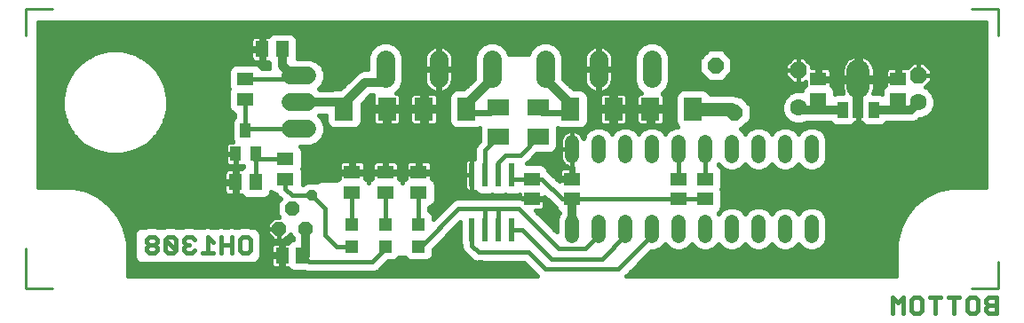
<source format=gbr>
G75*
G70*
%OFA0B0*%
%FSLAX24Y24*%
%IPPOS*%
%LPD*%
%AMOC8*
5,1,8,0,0,1.08239X$1,22.5*
%
%ADD10C,0.0160*%
%ADD11C,0.0520*%
%ADD12R,0.0394X0.0551*%
%ADD13C,0.0660*%
%ADD14R,0.0630X0.0512*%
%ADD15R,0.0512X0.0630*%
%ADD16R,0.0236X0.0866*%
%ADD17R,0.0787X0.0630*%
%ADD18R,0.0701X0.0850*%
%ADD19C,0.0119*%
%ADD20OC8,0.0630*%
%ADD21C,0.0630*%
%ADD22R,0.0591X0.0512*%
%ADD23R,0.0394X0.0591*%
%ADD24R,0.0394X0.0787*%
%ADD25C,0.0866*%
%ADD26C,0.0705*%
%ADD27OC8,0.0520*%
%ADD28R,0.0512X0.0591*%
%ADD29R,0.0472X0.0472*%
%ADD30C,0.0320*%
%ADD31C,0.0240*%
%ADD32C,0.0500*%
%ADD33OC8,0.0396*%
%ADD34C,0.0100*%
D10*
X006692Y004844D02*
X006692Y005928D01*
X006692Y006125D01*
X006692Y006125D01*
X006576Y006635D01*
X006576Y006635D01*
X006349Y007106D01*
X006349Y007106D01*
X006023Y007515D01*
X005615Y007841D01*
X005614Y007841D01*
X005144Y008068D01*
X005143Y008068D01*
X004634Y008184D01*
X004634Y008184D01*
X004436Y008184D01*
X004383Y008184D01*
X004372Y008184D01*
X004309Y008184D01*
X003352Y008184D01*
X003352Y014384D01*
X038892Y014384D01*
X038892Y008184D01*
X037809Y008184D01*
X037809Y008184D01*
X037611Y008184D01*
X037101Y008068D01*
X036630Y007841D01*
X036222Y007515D01*
X036222Y007515D01*
X035896Y007106D01*
X035669Y006635D01*
X035552Y006125D01*
X035552Y005928D01*
X035552Y004844D01*
X025418Y004844D01*
X025461Y004887D01*
X026348Y005774D01*
X026488Y005774D01*
X026701Y005862D01*
X026864Y006026D01*
X026872Y006046D01*
X026881Y006026D01*
X027044Y005862D01*
X027257Y005774D01*
X027488Y005774D01*
X027701Y005862D01*
X027864Y006026D01*
X027872Y006046D01*
X027881Y006026D01*
X028044Y005862D01*
X028257Y005774D01*
X028488Y005774D01*
X028701Y005862D01*
X028864Y006026D01*
X028872Y006046D01*
X028881Y006026D01*
X029044Y005862D01*
X029257Y005774D01*
X029488Y005774D01*
X029701Y005862D01*
X029864Y006026D01*
X029872Y006046D01*
X029881Y006026D01*
X030044Y005862D01*
X030257Y005774D01*
X030488Y005774D01*
X030701Y005862D01*
X030864Y006026D01*
X030872Y006046D01*
X030881Y006026D01*
X031044Y005862D01*
X031257Y005774D01*
X031488Y005774D01*
X031701Y005862D01*
X031864Y006026D01*
X031872Y006046D01*
X031881Y006026D01*
X032044Y005862D01*
X032257Y005774D01*
X032488Y005774D01*
X032701Y005862D01*
X032864Y006026D01*
X032952Y006239D01*
X032952Y006989D01*
X032864Y007203D01*
X032701Y007366D01*
X032488Y007454D01*
X032257Y007454D01*
X032044Y007366D01*
X031881Y007203D01*
X031872Y007182D01*
X031864Y007203D01*
X031701Y007366D01*
X031488Y007454D01*
X031257Y007454D01*
X031044Y007366D01*
X030881Y007203D01*
X030872Y007182D01*
X030864Y007203D01*
X030701Y007366D01*
X030488Y007454D01*
X030257Y007454D01*
X030044Y007366D01*
X029881Y007203D01*
X029872Y007182D01*
X029864Y007203D01*
X029701Y007366D01*
X029488Y007454D01*
X029257Y007454D01*
X029044Y007366D01*
X028881Y007203D01*
X028872Y007182D01*
X028864Y007203D01*
X028858Y007209D01*
X028869Y007213D01*
X028959Y007303D01*
X029007Y007420D01*
X029007Y008060D01*
X028985Y008114D01*
X029007Y008169D01*
X037546Y008169D01*
X037611Y008184D02*
X037611Y008184D01*
X037101Y008068D02*
X037101Y008068D01*
X036983Y008011D02*
X029007Y008011D01*
X029007Y008169D02*
X029007Y008808D01*
X028959Y008925D01*
X028869Y009015D01*
X028858Y009020D01*
X028864Y009026D01*
X028872Y009046D01*
X028881Y009026D01*
X029044Y008862D01*
X029257Y008774D01*
X029488Y008774D01*
X029701Y008862D01*
X029864Y009026D01*
X029872Y009046D01*
X029881Y009026D01*
X030044Y008862D01*
X030257Y008774D01*
X030488Y008774D01*
X030701Y008862D01*
X030864Y009026D01*
X030872Y009046D01*
X030881Y009026D01*
X031044Y008862D01*
X031257Y008774D01*
X031488Y008774D01*
X031701Y008862D01*
X031864Y009026D01*
X031872Y009046D01*
X031881Y009026D01*
X032044Y008862D01*
X032257Y008774D01*
X032488Y008774D01*
X032701Y008862D01*
X032864Y009026D01*
X032952Y009239D01*
X032952Y009989D01*
X032864Y010203D01*
X032701Y010366D01*
X032488Y010454D01*
X032257Y010454D01*
X032044Y010366D01*
X031881Y010203D01*
X031872Y010182D01*
X031864Y010203D01*
X031701Y010366D01*
X031488Y010454D01*
X031257Y010454D01*
X031044Y010366D01*
X030881Y010203D01*
X030872Y010182D01*
X030864Y010203D01*
X030701Y010366D01*
X030488Y010454D01*
X030257Y010454D01*
X030044Y010366D01*
X029881Y010203D01*
X029872Y010182D01*
X029864Y010203D01*
X029703Y010363D01*
X029731Y010363D01*
X030093Y010725D01*
X030093Y011236D01*
X029731Y011597D01*
X029665Y011597D01*
X029455Y011684D01*
X029229Y011684D01*
X028558Y011684D01*
X028543Y011721D01*
X028453Y011811D01*
X028336Y011859D01*
X027508Y011859D01*
X027390Y011811D01*
X027300Y011721D01*
X027251Y011603D01*
X027251Y010625D01*
X027300Y010508D01*
X027354Y010454D01*
X027257Y010454D01*
X027044Y010366D01*
X026881Y010203D01*
X026872Y010182D01*
X026864Y010203D01*
X026701Y010366D01*
X026488Y010454D01*
X026257Y010454D01*
X026044Y010366D01*
X025881Y010203D01*
X025872Y010182D01*
X025864Y010203D01*
X025701Y010366D01*
X025488Y010454D01*
X025257Y010454D01*
X025044Y010366D01*
X024881Y010203D01*
X024872Y010182D01*
X024864Y010203D01*
X024701Y010366D01*
X024488Y010454D01*
X024257Y010454D01*
X024044Y010366D01*
X023881Y010203D01*
X023795Y009996D01*
X023780Y010043D01*
X023749Y010105D01*
X023708Y010161D01*
X023659Y010210D01*
X023603Y010250D01*
X023541Y010282D01*
X023475Y010303D01*
X023407Y010314D01*
X023373Y010314D01*
X023373Y009614D01*
X023373Y008914D01*
X023407Y008914D01*
X023420Y008916D01*
X023420Y008536D01*
X023324Y008536D01*
X023324Y008440D01*
X022897Y008440D01*
X022897Y008405D01*
X022483Y008819D01*
X022439Y008925D01*
X022349Y009015D01*
X022231Y009064D01*
X021689Y009064D01*
X021763Y009137D01*
X022053Y009428D01*
X022580Y009428D01*
X022697Y009477D01*
X022787Y009567D01*
X022836Y009684D01*
X022836Y010399D01*
X022909Y010369D01*
X023737Y010369D01*
X023855Y010418D01*
X023945Y010508D01*
X023994Y010625D01*
X023994Y011603D01*
X023945Y011721D01*
X023855Y011811D01*
X023737Y011859D01*
X023431Y011859D01*
X023045Y012245D01*
X023045Y013100D01*
X022943Y013348D01*
X022753Y013537D01*
X022506Y013639D01*
X022239Y013639D01*
X021991Y013537D01*
X021802Y013348D01*
X021735Y013184D01*
X021010Y013184D01*
X020943Y013348D01*
X020753Y013537D01*
X020506Y013639D01*
X020239Y013639D01*
X019991Y013537D01*
X019802Y013348D01*
X019700Y013100D01*
X019700Y012245D01*
X019314Y011859D01*
X019008Y011859D01*
X018890Y011811D01*
X018800Y011721D01*
X018751Y011603D01*
X018751Y010625D01*
X018800Y010508D01*
X018890Y010418D01*
X019008Y010369D01*
X019836Y010369D01*
X019909Y010399D01*
X019909Y009915D01*
X019896Y009902D01*
X019783Y009789D01*
X019722Y009642D01*
X019722Y009251D01*
X019623Y009251D01*
X019623Y008638D01*
X019622Y008638D01*
X019622Y008637D01*
X019623Y008637D01*
X019623Y008025D01*
X019733Y008025D01*
X019733Y008023D01*
X019823Y007933D01*
X019941Y007885D01*
X020304Y007885D01*
X020372Y007913D01*
X020441Y007885D01*
X020804Y007885D01*
X020872Y007913D01*
X020941Y007885D01*
X021304Y007885D01*
X021397Y007923D01*
X021397Y007788D01*
X021824Y007788D01*
X021824Y007692D01*
X021610Y007692D01*
X021599Y007703D01*
X021452Y007764D01*
X020543Y007764D01*
X020202Y007764D01*
X019043Y007764D01*
X018896Y007703D01*
X018783Y007591D01*
X018179Y006986D01*
X018179Y007077D01*
X018130Y007195D01*
X018040Y007285D01*
X018022Y007292D01*
X018022Y007423D01*
X018119Y007463D01*
X018209Y007553D01*
X018257Y007670D01*
X018257Y008310D01*
X018209Y008427D01*
X018119Y008517D01*
X018117Y008518D01*
X018117Y008690D01*
X017671Y008690D01*
X017671Y008786D01*
X018117Y008786D01*
X018117Y009018D01*
X018105Y009063D01*
X018081Y009105D01*
X018048Y009138D01*
X018007Y009162D01*
X017961Y009174D01*
X017670Y009174D01*
X017670Y008786D01*
X017574Y008786D01*
X017574Y008690D01*
X017127Y008690D01*
X017127Y008518D01*
X017126Y008517D01*
X017036Y008427D01*
X016997Y008334D01*
X016959Y008427D01*
X016869Y008517D01*
X016867Y008518D01*
X016867Y008690D01*
X016421Y008690D01*
X016421Y008786D01*
X016867Y008786D01*
X016867Y009018D01*
X016855Y009063D01*
X016831Y009105D01*
X016798Y009138D01*
X016757Y009162D01*
X016711Y009174D01*
X016420Y009174D01*
X016420Y008786D01*
X016324Y008786D01*
X016324Y008690D01*
X015877Y008690D01*
X015877Y008518D01*
X015876Y008517D01*
X015786Y008427D01*
X015747Y008334D01*
X015709Y008427D01*
X015619Y008517D01*
X015617Y008518D01*
X015617Y008690D01*
X015171Y008690D01*
X015171Y008786D01*
X015617Y008786D01*
X015617Y009018D01*
X015605Y009063D01*
X015581Y009105D01*
X015548Y009138D01*
X015507Y009162D01*
X015461Y009174D01*
X015170Y009174D01*
X015170Y008786D01*
X015074Y008786D01*
X015074Y008690D01*
X014627Y008690D01*
X014627Y008518D01*
X014626Y008517D01*
X014543Y008434D01*
X013934Y008434D01*
X013816Y008385D01*
X013813Y008382D01*
X013408Y008382D01*
X013290Y008264D01*
X013257Y008264D01*
X013257Y008810D01*
X013235Y008864D01*
X013257Y008919D01*
X013257Y009558D01*
X013209Y009675D01*
X013170Y009714D01*
X013582Y009714D01*
X013821Y009813D01*
X014003Y009996D01*
X014102Y010235D01*
X014102Y010493D01*
X014003Y010732D01*
X013872Y010864D01*
X014153Y010864D01*
X014153Y010884D02*
X014153Y010625D01*
X014202Y010508D01*
X014292Y010418D01*
X014409Y010369D01*
X015237Y010369D01*
X015355Y010418D01*
X015445Y010508D01*
X015494Y010625D01*
X015494Y011306D01*
X015821Y011634D01*
X015922Y011634D01*
X015907Y011609D01*
X015895Y011563D01*
X015895Y011194D01*
X016345Y011194D01*
X016345Y011034D01*
X015895Y011034D01*
X015895Y010665D01*
X015907Y010619D01*
X015931Y010578D01*
X015965Y010545D01*
X016006Y010521D01*
X016051Y010509D01*
X016346Y010509D01*
X016346Y011034D01*
X016505Y011034D01*
X016505Y010509D01*
X016800Y010509D01*
X016845Y010521D01*
X016886Y010545D01*
X016920Y010578D01*
X016944Y010619D01*
X016956Y010665D01*
X016956Y011034D01*
X016506Y011034D01*
X016506Y011194D01*
X016956Y011194D01*
X016956Y011563D01*
X016944Y011609D01*
X016920Y011650D01*
X016886Y011683D01*
X016845Y011707D01*
X016800Y011719D01*
X016781Y011719D01*
X016943Y011881D01*
X017045Y012128D01*
X017045Y013100D01*
X016943Y013348D01*
X016753Y013537D01*
X016506Y013639D01*
X016239Y013639D01*
X015991Y013537D01*
X015802Y013348D01*
X015700Y013100D01*
X015700Y012594D01*
X015527Y012594D01*
X015351Y012521D01*
X015216Y012386D01*
X014689Y011859D01*
X014409Y011859D01*
X014372Y011844D01*
X013892Y011844D01*
X013872Y011864D01*
X014003Y011996D01*
X014102Y012235D01*
X014102Y012493D01*
X014003Y012732D01*
X013821Y012915D01*
X013582Y013014D01*
X013072Y013014D01*
X013072Y013723D01*
X013024Y013841D01*
X012934Y013931D01*
X012816Y013979D01*
X012177Y013979D01*
X012059Y013931D01*
X011969Y013841D01*
X011969Y013839D01*
X011796Y013839D01*
X011796Y013412D01*
X011700Y013412D01*
X011700Y013316D01*
X011313Y013316D01*
X011313Y013045D01*
X011325Y012999D01*
X011348Y012958D01*
X011382Y012925D01*
X011423Y012901D01*
X011469Y012889D01*
X011700Y012889D01*
X011700Y013316D01*
X011796Y013316D01*
X011796Y012889D01*
X011969Y012889D01*
X011969Y012888D01*
X012016Y012840D01*
X012016Y012836D01*
X012016Y012645D01*
X012019Y012638D01*
X011724Y012638D01*
X011709Y012675D01*
X011619Y012765D01*
X011501Y012814D01*
X010744Y012814D01*
X010626Y012765D01*
X010536Y012675D01*
X010487Y012558D01*
X010487Y011919D01*
X010510Y011864D01*
X010487Y011810D01*
X010487Y011170D01*
X010536Y011053D01*
X010626Y010963D01*
X010722Y010923D01*
X010722Y010822D01*
X010654Y010754D01*
X010606Y010636D01*
X010606Y009958D01*
X010635Y009887D01*
X010528Y009887D01*
X010482Y009874D01*
X010441Y009851D01*
X010408Y009817D01*
X010384Y009776D01*
X010372Y009730D01*
X010372Y009449D01*
X010730Y009449D01*
X010730Y009413D01*
X010372Y009413D01*
X010372Y009132D01*
X010384Y009086D01*
X010408Y009045D01*
X010441Y009011D01*
X010482Y008988D01*
X010528Y008975D01*
X010730Y008975D01*
X010730Y009412D01*
X010767Y009412D01*
X010767Y008975D01*
X010969Y008975D01*
X011015Y008988D01*
X011021Y008991D01*
X011028Y008974D01*
X011056Y008947D01*
X010969Y008860D01*
X010969Y008859D01*
X010796Y008859D01*
X010796Y008412D01*
X010700Y008412D01*
X010700Y008316D01*
X010313Y008316D01*
X010313Y008025D01*
X010325Y007980D01*
X010348Y007939D01*
X010382Y007905D01*
X010423Y007881D01*
X010469Y007869D01*
X010700Y007869D01*
X010700Y008316D01*
X010796Y008316D01*
X010796Y007869D01*
X010969Y007869D01*
X010969Y007868D01*
X011059Y007778D01*
X011177Y007729D01*
X011816Y007729D01*
X011934Y007778D01*
X012024Y007868D01*
X012072Y007985D01*
X012072Y008017D01*
X012126Y007963D01*
X012244Y007914D01*
X012272Y007914D01*
X012283Y007887D01*
X012430Y007741D01*
X012292Y007604D01*
X012292Y007124D01*
X012362Y007054D01*
X012190Y007054D01*
X011932Y006796D01*
X011932Y006614D01*
X011932Y006432D01*
X012190Y006174D01*
X012372Y006174D01*
X012372Y006614D01*
X011932Y006614D01*
X012372Y006614D01*
X012372Y006614D01*
X012373Y006614D01*
X012373Y006174D01*
X012555Y006174D01*
X012792Y006412D01*
X012792Y006374D01*
X012892Y006274D01*
X012892Y006215D01*
X012809Y006181D01*
X012719Y006091D01*
X012719Y006089D01*
X012546Y006089D01*
X012546Y005662D01*
X012450Y005662D01*
X012450Y005566D01*
X012063Y005566D01*
X012063Y005295D01*
X012075Y005249D01*
X012098Y005208D01*
X012132Y005175D01*
X012173Y005151D01*
X012219Y005139D01*
X012450Y005139D01*
X012450Y005566D01*
X012546Y005566D01*
X012546Y005139D01*
X012719Y005139D01*
X012719Y005138D01*
X012809Y005048D01*
X012927Y004999D01*
X013333Y004999D01*
X013417Y004964D01*
X015952Y004964D01*
X016099Y005025D01*
X016211Y005137D01*
X016469Y005394D01*
X016672Y005394D01*
X016790Y005443D01*
X016880Y005533D01*
X016884Y005544D01*
X017110Y005544D01*
X017115Y005533D01*
X017205Y005443D01*
X017323Y005394D01*
X017922Y005394D01*
X018040Y005443D01*
X018130Y005533D01*
X018179Y005651D01*
X018179Y005855D01*
X019184Y006860D01*
X019184Y006094D01*
X019222Y006002D01*
X019222Y005909D01*
X019283Y005762D01*
X019396Y005650D01*
X019646Y005400D01*
X019793Y005339D01*
X019952Y005339D01*
X021582Y005339D01*
X022077Y004844D01*
X006692Y004844D01*
X006692Y004998D02*
X013334Y004998D01*
X013496Y005364D02*
X013246Y005614D01*
X013496Y005364D02*
X015872Y005364D01*
X016372Y005864D01*
X016372Y005951D01*
X016821Y005474D02*
X017174Y005474D01*
X016389Y005315D02*
X021605Y005315D01*
X021764Y005157D02*
X016231Y005157D01*
X016034Y004998D02*
X021923Y004998D01*
X022372Y005114D02*
X021747Y005739D01*
X019872Y005739D01*
X019622Y005989D01*
X019622Y006590D01*
X019184Y006584D02*
X018908Y006584D01*
X019066Y006742D02*
X019184Y006742D01*
X019184Y006425D02*
X018749Y006425D01*
X018591Y006267D02*
X019184Y006267D01*
X019184Y006108D02*
X018432Y006108D01*
X018274Y005950D02*
X019222Y005950D01*
X019272Y005791D02*
X018179Y005791D01*
X018171Y005632D02*
X019413Y005632D01*
X019572Y005474D02*
X018071Y005474D01*
X017709Y005951D02*
X019122Y007364D01*
X020122Y007364D01*
X020122Y006590D01*
X020622Y006590D02*
X020622Y007364D01*
X021372Y007364D01*
X022872Y005864D01*
X023872Y005864D01*
X024372Y006364D01*
X024372Y006614D01*
X025372Y006614D02*
X025372Y006364D01*
X024497Y005489D01*
X022622Y005489D01*
X021521Y006590D01*
X021122Y006590D01*
X022243Y007059D02*
X022821Y007059D01*
X022792Y006989D02*
X022792Y006510D01*
X021998Y007304D01*
X022191Y007304D01*
X022237Y007316D01*
X022278Y007340D01*
X022312Y007374D01*
X022335Y007415D01*
X022348Y007460D01*
X022348Y007692D01*
X021921Y007692D01*
X021921Y007788D01*
X022348Y007788D01*
X022348Y007823D01*
X022657Y007513D01*
X022762Y007409D01*
X022806Y007303D01*
X022892Y007216D01*
X022892Y007214D01*
X022881Y007203D01*
X022792Y006989D01*
X022792Y006901D02*
X022401Y006901D01*
X022560Y006742D02*
X022792Y006742D01*
X022792Y006584D02*
X022718Y006584D01*
X022891Y007218D02*
X022084Y007218D01*
X022313Y007376D02*
X022775Y007376D01*
X022636Y007535D02*
X022348Y007535D01*
X022477Y007694D02*
X021921Y007694D01*
X021824Y007694D02*
X021609Y007694D01*
X021397Y007852D02*
X018257Y007852D01*
X018257Y007694D02*
X018886Y007694D01*
X018728Y007535D02*
X018191Y007535D01*
X018022Y007376D02*
X018569Y007376D01*
X018411Y007218D02*
X018107Y007218D01*
X018179Y007059D02*
X018252Y007059D01*
X017622Y006777D02*
X017622Y007990D01*
X018257Y008011D02*
X019746Y008011D01*
X019622Y008025D02*
X019622Y008637D01*
X019324Y008637D01*
X019324Y008181D01*
X019337Y008135D01*
X019360Y008094D01*
X019394Y008061D01*
X019435Y008037D01*
X019481Y008025D01*
X019622Y008025D01*
X019622Y008169D02*
X019623Y008169D01*
X019622Y008328D02*
X019623Y008328D01*
X019622Y008486D02*
X019623Y008486D01*
X019622Y008638D02*
X019324Y008638D01*
X019324Y009094D01*
X019337Y009140D01*
X019360Y009181D01*
X019394Y009215D01*
X019435Y009238D01*
X019481Y009251D01*
X019622Y009251D01*
X019622Y008638D01*
X019622Y008645D02*
X019623Y008645D01*
X019622Y008803D02*
X019623Y008803D01*
X019622Y008962D02*
X019623Y008962D01*
X019622Y009120D02*
X019623Y009120D01*
X019722Y009279D02*
X013257Y009279D01*
X013257Y009437D02*
X019722Y009437D01*
X019722Y009596D02*
X013241Y009596D01*
X013679Y009755D02*
X019769Y009755D01*
X019907Y009913D02*
X013921Y009913D01*
X014035Y010072D02*
X019909Y010072D01*
X019909Y010230D02*
X014100Y010230D01*
X014102Y010389D02*
X014361Y010389D01*
X014185Y010547D02*
X014080Y010547D01*
X014014Y010706D02*
X014153Y010706D01*
X014153Y010884D02*
X013892Y010884D01*
X013872Y010864D01*
X013122Y010364D02*
X011189Y010364D01*
X011122Y010297D01*
X011122Y011490D01*
X010487Y011499D02*
X008192Y011499D01*
X008192Y011623D02*
X008058Y012124D01*
X007799Y012574D01*
X007432Y012940D01*
X006983Y013200D01*
X006482Y013334D01*
X005963Y013334D01*
X005462Y013200D01*
X005013Y012940D01*
X004646Y012574D01*
X004387Y012124D01*
X004252Y011623D01*
X004252Y011105D01*
X004387Y010604D01*
X004646Y010154D01*
X005013Y009788D01*
X005462Y009528D01*
X005963Y009394D01*
X006482Y009394D01*
X006983Y009528D01*
X007432Y009788D01*
X007799Y010154D01*
X008058Y010604D01*
X008192Y011105D01*
X008192Y011623D01*
X008183Y011657D02*
X010487Y011657D01*
X010490Y011816D02*
X008141Y011816D01*
X008098Y011974D02*
X010487Y011974D01*
X010487Y012133D02*
X008053Y012133D01*
X007962Y012291D02*
X010487Y012291D01*
X010487Y012450D02*
X007870Y012450D01*
X007764Y012608D02*
X010508Y012608D01*
X010630Y012767D02*
X007606Y012767D01*
X007447Y012925D02*
X011381Y012925D01*
X011313Y013084D02*
X007183Y013084D01*
X006823Y013243D02*
X011313Y013243D01*
X011313Y013412D02*
X011700Y013412D01*
X011700Y013839D01*
X011469Y013839D01*
X011423Y013827D01*
X011382Y013803D01*
X011348Y013770D01*
X011325Y013729D01*
X011313Y013683D01*
X011313Y013412D01*
X011313Y013560D02*
X003352Y013560D01*
X003352Y013718D02*
X011322Y013718D01*
X011700Y013718D02*
X011796Y013718D01*
X011796Y013560D02*
X011700Y013560D01*
X011700Y013401D02*
X003352Y013401D01*
X003352Y013243D02*
X005621Y013243D01*
X005261Y013084D02*
X003352Y013084D01*
X003352Y012925D02*
X004998Y012925D01*
X004839Y012767D02*
X003352Y012767D01*
X003352Y012608D02*
X004681Y012608D01*
X004575Y012450D02*
X003352Y012450D01*
X003352Y012291D02*
X004483Y012291D01*
X004391Y012133D02*
X003352Y012133D01*
X003352Y011974D02*
X004346Y011974D01*
X004304Y011816D02*
X003352Y011816D01*
X003352Y011657D02*
X004261Y011657D01*
X004252Y011499D02*
X003352Y011499D01*
X003352Y011340D02*
X004252Y011340D01*
X004252Y011181D02*
X003352Y011181D01*
X003352Y011023D02*
X004274Y011023D01*
X004317Y010864D02*
X003352Y010864D01*
X003352Y010706D02*
X004359Y010706D01*
X004419Y010547D02*
X003352Y010547D01*
X003352Y010389D02*
X004511Y010389D01*
X004602Y010230D02*
X003352Y010230D01*
X003352Y010072D02*
X004729Y010072D01*
X004887Y009913D02*
X003352Y009913D01*
X003352Y009755D02*
X005070Y009755D01*
X005345Y009596D02*
X003352Y009596D01*
X003352Y009437D02*
X005801Y009437D01*
X006644Y009437D02*
X010730Y009437D01*
X010730Y009279D02*
X010767Y009279D01*
X010767Y009120D02*
X010730Y009120D01*
X011041Y008962D02*
X003352Y008962D01*
X003352Y009120D02*
X010375Y009120D01*
X010372Y009279D02*
X003352Y009279D01*
X003352Y008803D02*
X010362Y008803D01*
X010348Y008790D02*
X010325Y008749D01*
X010313Y008703D01*
X010313Y008412D01*
X010700Y008412D01*
X010700Y008859D01*
X010469Y008859D01*
X010423Y008847D01*
X010382Y008823D01*
X010348Y008790D01*
X010313Y008645D02*
X003352Y008645D01*
X003352Y008486D02*
X010313Y008486D01*
X010313Y008169D02*
X004699Y008169D01*
X004436Y008184D02*
X004436Y008184D01*
X005262Y008011D02*
X010316Y008011D01*
X010700Y008011D02*
X010796Y008011D01*
X010796Y008169D02*
X010700Y008169D01*
X010700Y008328D02*
X003352Y008328D01*
X005591Y007852D02*
X010985Y007852D01*
X010796Y008486D02*
X010700Y008486D01*
X010700Y008645D02*
X010796Y008645D01*
X010796Y008803D02*
X010700Y008803D01*
X011496Y008364D02*
X011496Y009431D01*
X011439Y009238D01*
X012622Y009238D01*
X013257Y009120D02*
X014679Y009120D01*
X014663Y009105D02*
X014640Y009063D01*
X014627Y009018D01*
X014627Y008786D01*
X015074Y008786D01*
X015074Y009174D01*
X014784Y009174D01*
X014738Y009162D01*
X014697Y009138D01*
X014663Y009105D01*
X014627Y008962D02*
X013257Y008962D01*
X013257Y008803D02*
X014627Y008803D01*
X014627Y008645D02*
X013257Y008645D01*
X013257Y008486D02*
X014595Y008486D01*
X015074Y008803D02*
X015170Y008803D01*
X015170Y008962D02*
X015074Y008962D01*
X015074Y009120D02*
X015170Y009120D01*
X015566Y009120D02*
X015929Y009120D01*
X015913Y009105D02*
X015890Y009063D01*
X015877Y009018D01*
X015877Y008786D01*
X016324Y008786D01*
X016324Y009174D01*
X016034Y009174D01*
X015988Y009162D01*
X015947Y009138D01*
X015913Y009105D01*
X015877Y008962D02*
X015617Y008962D01*
X015617Y008803D02*
X015877Y008803D01*
X015877Y008645D02*
X015617Y008645D01*
X015650Y008486D02*
X015845Y008486D01*
X016324Y008803D02*
X016420Y008803D01*
X016420Y008962D02*
X016324Y008962D01*
X016324Y009120D02*
X016420Y009120D01*
X016816Y009120D02*
X017179Y009120D01*
X017163Y009105D02*
X017140Y009063D01*
X017127Y009018D01*
X017127Y008786D01*
X017574Y008786D01*
X017574Y009174D01*
X017284Y009174D01*
X017238Y009162D01*
X017197Y009138D01*
X017163Y009105D01*
X017127Y008962D02*
X016867Y008962D01*
X016867Y008803D02*
X017127Y008803D01*
X017127Y008645D02*
X016867Y008645D01*
X016900Y008486D02*
X017095Y008486D01*
X017574Y008803D02*
X017670Y008803D01*
X017670Y008962D02*
X017574Y008962D01*
X017574Y009120D02*
X017670Y009120D01*
X018066Y009120D02*
X019331Y009120D01*
X019324Y008962D02*
X018117Y008962D01*
X018117Y008803D02*
X019324Y008803D01*
X019324Y008645D02*
X018117Y008645D01*
X018150Y008486D02*
X019324Y008486D01*
X019324Y008328D02*
X018250Y008328D01*
X018257Y008169D02*
X019327Y008169D01*
X020122Y008638D02*
X020122Y009563D01*
X020622Y010063D01*
X019909Y010389D02*
X019884Y010389D01*
X018960Y010389D02*
X015285Y010389D01*
X015461Y010547D02*
X015962Y010547D01*
X015895Y010706D02*
X015494Y010706D01*
X015494Y010864D02*
X015895Y010864D01*
X015895Y011023D02*
X015494Y011023D01*
X015494Y011181D02*
X016345Y011181D01*
X016346Y011023D02*
X016505Y011023D01*
X016506Y011181D02*
X017739Y011181D01*
X017739Y011194D02*
X017739Y011034D01*
X017289Y011034D01*
X017289Y010665D01*
X017301Y010619D01*
X017325Y010578D01*
X017358Y010545D01*
X017399Y010521D01*
X017445Y010509D01*
X017739Y010509D01*
X017739Y011034D01*
X017899Y011034D01*
X017899Y010509D01*
X018193Y010509D01*
X018239Y010521D01*
X018280Y010545D01*
X018314Y010578D01*
X018337Y010619D01*
X018350Y010665D01*
X018350Y011034D01*
X017899Y011034D01*
X017899Y011194D01*
X017739Y011194D01*
X017289Y011194D01*
X017289Y011563D01*
X017301Y011609D01*
X017325Y011650D01*
X017358Y011683D01*
X017399Y011707D01*
X017445Y011719D01*
X017739Y011719D01*
X017739Y011194D01*
X017739Y011340D02*
X017899Y011340D01*
X017899Y011194D02*
X017899Y011719D01*
X018193Y011719D01*
X018239Y011707D01*
X018280Y011683D01*
X018314Y011650D01*
X018337Y011609D01*
X018350Y011563D01*
X018350Y011194D01*
X017899Y011194D01*
X017899Y011181D02*
X018751Y011181D01*
X018751Y011023D02*
X018350Y011023D01*
X018350Y010864D02*
X018751Y010864D01*
X018751Y010706D02*
X018350Y010706D01*
X018283Y010547D02*
X018784Y010547D01*
X017899Y010547D02*
X017739Y010547D01*
X017739Y010706D02*
X017899Y010706D01*
X017899Y010864D02*
X017739Y010864D01*
X017739Y011023D02*
X017899Y011023D01*
X018350Y011340D02*
X018751Y011340D01*
X018751Y011499D02*
X018350Y011499D01*
X018306Y011657D02*
X018774Y011657D01*
X018665Y011816D02*
X018902Y011816D01*
X018779Y011915D02*
X018719Y011855D01*
X018652Y011806D01*
X018577Y011768D01*
X018497Y011742D01*
X018414Y011729D01*
X018410Y011729D01*
X018410Y012576D01*
X018335Y012576D01*
X018335Y011729D01*
X018331Y011729D01*
X018248Y011742D01*
X018168Y011768D01*
X018093Y011806D01*
X018026Y011855D01*
X017966Y011915D01*
X017917Y011982D01*
X017879Y012057D01*
X017853Y012137D01*
X017840Y012220D01*
X017840Y012577D01*
X018335Y012577D01*
X018335Y012652D01*
X018335Y013499D01*
X018331Y013499D01*
X018248Y013486D01*
X018168Y013460D01*
X018093Y013422D01*
X018026Y013373D01*
X017966Y013314D01*
X017917Y013246D01*
X017879Y013171D01*
X017853Y013091D01*
X017840Y013009D01*
X017840Y012652D01*
X018335Y012652D01*
X018410Y012652D01*
X018410Y013499D01*
X018414Y013499D01*
X018497Y013486D01*
X018577Y013460D01*
X018652Y013422D01*
X018719Y013373D01*
X018779Y013314D01*
X018828Y013246D01*
X018866Y013171D01*
X018892Y013091D01*
X018905Y013009D01*
X018905Y012652D01*
X018410Y012652D01*
X018410Y012577D01*
X018905Y012577D01*
X018905Y012220D01*
X018892Y012137D01*
X018866Y012057D01*
X018828Y011982D01*
X018779Y011915D01*
X018822Y011974D02*
X019429Y011974D01*
X019587Y012133D02*
X018890Y012133D01*
X018905Y012291D02*
X019700Y012291D01*
X019700Y012450D02*
X018905Y012450D01*
X018410Y012450D02*
X018335Y012450D01*
X018335Y012608D02*
X017045Y012608D01*
X017045Y012450D02*
X017840Y012450D01*
X017840Y012291D02*
X017045Y012291D01*
X017045Y012133D02*
X017854Y012133D01*
X017923Y011974D02*
X016981Y011974D01*
X016878Y011816D02*
X018080Y011816D01*
X017899Y011657D02*
X017739Y011657D01*
X017739Y011499D02*
X017899Y011499D01*
X018335Y011816D02*
X018410Y011816D01*
X018410Y011974D02*
X018335Y011974D01*
X018335Y012133D02*
X018410Y012133D01*
X018410Y012291D02*
X018335Y012291D01*
X018410Y012608D02*
X019700Y012608D01*
X019700Y012767D02*
X018905Y012767D01*
X018905Y012925D02*
X019700Y012925D01*
X019700Y013084D02*
X018893Y013084D01*
X018830Y013243D02*
X019759Y013243D01*
X019856Y013401D02*
X018680Y013401D01*
X018410Y013401D02*
X018335Y013401D01*
X018335Y013243D02*
X018410Y013243D01*
X018410Y013084D02*
X018335Y013084D01*
X018335Y012925D02*
X018410Y012925D01*
X018410Y012767D02*
X018335Y012767D01*
X017840Y012767D02*
X017045Y012767D01*
X017045Y012925D02*
X017840Y012925D01*
X017852Y013084D02*
X017045Y013084D01*
X016986Y013243D02*
X017915Y013243D01*
X018064Y013401D02*
X016889Y013401D01*
X016698Y013560D02*
X020047Y013560D01*
X020698Y013560D02*
X022047Y013560D01*
X021856Y013401D02*
X020889Y013401D01*
X020986Y013243D02*
X021759Y013243D01*
X022698Y013560D02*
X026047Y013560D01*
X025991Y013537D02*
X025802Y013348D01*
X025700Y013100D01*
X025700Y012128D01*
X025802Y011881D01*
X025964Y011719D01*
X025945Y011719D01*
X025899Y011707D01*
X025858Y011683D01*
X025825Y011650D01*
X025801Y011609D01*
X025789Y011563D01*
X025789Y011194D01*
X026239Y011194D01*
X026239Y011034D01*
X025789Y011034D01*
X025789Y010665D01*
X025801Y010619D01*
X025825Y010578D01*
X025858Y010545D01*
X025899Y010521D01*
X025945Y010509D01*
X026239Y010509D01*
X026239Y011034D01*
X026399Y011034D01*
X026399Y010509D01*
X026693Y010509D01*
X026739Y010521D01*
X026780Y010545D01*
X026814Y010578D01*
X026837Y010619D01*
X026850Y010665D01*
X026850Y011034D01*
X026399Y011034D01*
X026399Y011194D01*
X026850Y011194D01*
X026850Y011563D01*
X026837Y011609D01*
X026814Y011650D01*
X026780Y011683D01*
X026758Y011696D01*
X026943Y011881D01*
X027045Y012128D01*
X027045Y013100D01*
X026943Y013348D01*
X026753Y013537D01*
X026506Y013639D01*
X026239Y013639D01*
X025991Y013537D01*
X025856Y013401D02*
X024680Y013401D01*
X024652Y013422D02*
X024577Y013460D01*
X024497Y013486D01*
X024414Y013499D01*
X024410Y013499D01*
X024410Y012652D01*
X024335Y012652D01*
X024335Y013499D01*
X024331Y013499D01*
X024248Y013486D01*
X024168Y013460D01*
X024093Y013422D01*
X024026Y013373D01*
X023966Y013314D01*
X023917Y013246D01*
X023879Y013171D01*
X023853Y013091D01*
X023840Y013009D01*
X023840Y012652D01*
X024335Y012652D01*
X024335Y012577D01*
X023840Y012577D01*
X023840Y012220D01*
X023853Y012137D01*
X023879Y012057D01*
X023917Y011982D01*
X023966Y011915D01*
X024026Y011855D01*
X024093Y011806D01*
X024168Y011768D01*
X024248Y011742D01*
X024331Y011729D01*
X024335Y011729D01*
X024335Y012576D01*
X024410Y012576D01*
X024410Y011729D01*
X024414Y011729D01*
X024497Y011742D01*
X024577Y011768D01*
X024652Y011806D01*
X024719Y011855D01*
X024779Y011915D01*
X024828Y011982D01*
X024866Y012057D01*
X024892Y012137D01*
X024905Y012220D01*
X024905Y012577D01*
X024410Y012577D01*
X024410Y012652D01*
X024905Y012652D01*
X024905Y013009D01*
X024892Y013091D01*
X024866Y013171D01*
X024828Y013246D01*
X024779Y013314D01*
X024719Y013373D01*
X024652Y013422D01*
X024410Y013401D02*
X024335Y013401D01*
X024335Y013243D02*
X024410Y013243D01*
X024410Y013084D02*
X024335Y013084D01*
X024335Y012925D02*
X024410Y012925D01*
X024410Y012767D02*
X024335Y012767D01*
X024335Y012608D02*
X023045Y012608D01*
X023045Y012450D02*
X023840Y012450D01*
X023840Y012291D02*
X023045Y012291D01*
X023158Y012133D02*
X023854Y012133D01*
X023923Y011974D02*
X023316Y011974D01*
X023843Y011816D02*
X024080Y011816D01*
X023971Y011657D02*
X024438Y011657D01*
X024431Y011650D02*
X024407Y011609D01*
X024395Y011563D01*
X024395Y011194D01*
X024845Y011194D01*
X024845Y011034D01*
X024395Y011034D01*
X024395Y010665D01*
X024407Y010619D01*
X024431Y010578D01*
X024465Y010545D01*
X024506Y010521D01*
X024551Y010509D01*
X024846Y010509D01*
X024846Y011034D01*
X025005Y011034D01*
X025005Y010509D01*
X025300Y010509D01*
X025345Y010521D01*
X025386Y010545D01*
X025420Y010578D01*
X025444Y010619D01*
X025456Y010665D01*
X025456Y011034D01*
X025006Y011034D01*
X025006Y011194D01*
X025456Y011194D01*
X025456Y011563D01*
X025444Y011609D01*
X025420Y011650D01*
X025386Y011683D01*
X025345Y011707D01*
X025300Y011719D01*
X025005Y011719D01*
X025005Y011194D01*
X024846Y011194D01*
X024846Y011719D01*
X024551Y011719D01*
X024506Y011707D01*
X024465Y011683D01*
X024431Y011650D01*
X024395Y011499D02*
X023994Y011499D01*
X023994Y011340D02*
X024395Y011340D01*
X024395Y011023D02*
X023994Y011023D01*
X023994Y011181D02*
X024845Y011181D01*
X024846Y011023D02*
X025005Y011023D01*
X025006Y011181D02*
X026239Y011181D01*
X026239Y011023D02*
X026399Y011023D01*
X026399Y011181D02*
X027251Y011181D01*
X027251Y011023D02*
X026850Y011023D01*
X026850Y010864D02*
X027251Y010864D01*
X027251Y010706D02*
X026850Y010706D01*
X026783Y010547D02*
X027284Y010547D01*
X027099Y010389D02*
X026645Y010389D01*
X026836Y010230D02*
X026908Y010230D01*
X026399Y010547D02*
X026239Y010547D01*
X026239Y010706D02*
X026399Y010706D01*
X026399Y010864D02*
X026239Y010864D01*
X025789Y010864D02*
X025456Y010864D01*
X025456Y010706D02*
X025789Y010706D01*
X025856Y010547D02*
X025389Y010547D01*
X025645Y010389D02*
X026099Y010389D01*
X025908Y010230D02*
X025836Y010230D01*
X025099Y010389D02*
X024645Y010389D01*
X024462Y010547D02*
X023961Y010547D01*
X023994Y010706D02*
X024395Y010706D01*
X024395Y010864D02*
X023994Y010864D01*
X024846Y010864D02*
X025005Y010864D01*
X025005Y010706D02*
X024846Y010706D01*
X024846Y010547D02*
X025005Y010547D01*
X024908Y010230D02*
X024836Y010230D01*
X024099Y010389D02*
X023785Y010389D01*
X023908Y010230D02*
X023631Y010230D01*
X023766Y010072D02*
X023827Y010072D01*
X023373Y010072D02*
X023372Y010072D01*
X023372Y010230D02*
X023373Y010230D01*
X023372Y010314D02*
X023338Y010314D01*
X023269Y010303D01*
X023204Y010282D01*
X023142Y010250D01*
X023086Y010210D01*
X023037Y010161D01*
X022996Y010105D01*
X022965Y010043D01*
X022943Y009977D01*
X022932Y009909D01*
X022932Y009614D01*
X022932Y009319D01*
X022943Y009251D01*
X022965Y009185D01*
X022996Y009123D01*
X023037Y009067D01*
X023086Y009018D01*
X023142Y008978D01*
X023204Y008946D01*
X023269Y008925D01*
X023276Y008924D01*
X023053Y008924D01*
X023008Y008912D01*
X022967Y008888D01*
X022933Y008855D01*
X022909Y008813D01*
X022897Y008768D01*
X022897Y008536D01*
X023324Y008536D01*
X023324Y008916D01*
X023338Y008914D01*
X023372Y008914D01*
X023372Y009614D01*
X022932Y009614D01*
X023372Y009614D01*
X023372Y009614D01*
X023373Y009614D01*
X023372Y009614D01*
X023372Y010314D01*
X023114Y010230D02*
X022836Y010230D01*
X022836Y010072D02*
X022979Y010072D01*
X022933Y009913D02*
X022836Y009913D01*
X022836Y009755D02*
X022932Y009755D01*
X022932Y009596D02*
X022800Y009596D01*
X022932Y009437D02*
X022603Y009437D01*
X022939Y009279D02*
X021904Y009279D01*
X021746Y009120D02*
X022998Y009120D01*
X023173Y008962D02*
X022402Y008962D01*
X022499Y008803D02*
X022907Y008803D01*
X022897Y008645D02*
X022657Y008645D01*
X022816Y008486D02*
X023324Y008486D01*
X023324Y008645D02*
X023420Y008645D01*
X023420Y008803D02*
X023324Y008803D01*
X023372Y008962D02*
X023373Y008962D01*
X023372Y009120D02*
X023373Y009120D01*
X023372Y009279D02*
X023373Y009279D01*
X023372Y009437D02*
X023373Y009437D01*
X023372Y009596D02*
X023373Y009596D01*
X023372Y009755D02*
X023373Y009755D01*
X023372Y009913D02*
X023373Y009913D01*
X022861Y010389D02*
X022836Y010389D01*
X022122Y010063D02*
X021424Y009364D01*
X020872Y009364D01*
X020622Y009114D01*
X020622Y008638D01*
X021122Y008638D02*
X021147Y008488D01*
X021872Y008488D01*
X022248Y008488D01*
X022996Y007740D01*
X023372Y007740D01*
X027372Y007740D01*
X028372Y007740D01*
X029007Y007694D02*
X036446Y007694D01*
X036630Y007841D02*
X036630Y007841D01*
X036654Y007852D02*
X029007Y007852D01*
X029007Y007535D02*
X036247Y007535D01*
X036222Y007515D02*
X036222Y007515D01*
X036111Y007376D02*
X032675Y007376D01*
X032849Y007218D02*
X035985Y007218D01*
X035896Y007106D02*
X035896Y007106D01*
X035873Y007059D02*
X032923Y007059D01*
X032952Y006901D02*
X035797Y006901D01*
X035720Y006742D02*
X032952Y006742D01*
X032952Y006584D02*
X035657Y006584D01*
X035669Y006635D02*
X035669Y006635D01*
X035621Y006425D02*
X032952Y006425D01*
X032952Y006267D02*
X035585Y006267D01*
X035552Y006125D02*
X035552Y006125D01*
X035552Y006108D02*
X032898Y006108D01*
X032788Y005950D02*
X035552Y005950D01*
X035552Y005928D02*
X035552Y005928D01*
X035552Y005791D02*
X032529Y005791D01*
X032216Y005791D02*
X031529Y005791D01*
X031788Y005950D02*
X031957Y005950D01*
X031216Y005791D02*
X030529Y005791D01*
X030788Y005950D02*
X030957Y005950D01*
X030216Y005791D02*
X029529Y005791D01*
X029788Y005950D02*
X029957Y005950D01*
X029216Y005791D02*
X028529Y005791D01*
X028788Y005950D02*
X028957Y005950D01*
X028216Y005791D02*
X027529Y005791D01*
X027788Y005950D02*
X027957Y005950D01*
X027216Y005791D02*
X026529Y005791D01*
X026788Y005950D02*
X026957Y005950D01*
X026372Y006364D02*
X025122Y005114D01*
X022372Y005114D01*
X025572Y004998D02*
X035552Y004998D01*
X035552Y005157D02*
X025731Y005157D01*
X025889Y005315D02*
X035552Y005315D01*
X035552Y005474D02*
X026048Y005474D01*
X026206Y005632D02*
X035552Y005632D01*
X035393Y004045D02*
X035393Y003444D01*
X035794Y003444D02*
X035794Y004045D01*
X035593Y003844D01*
X035393Y004045D01*
X036093Y003944D02*
X036193Y004045D01*
X036393Y004045D01*
X036493Y003944D01*
X036493Y003544D01*
X036393Y003444D01*
X036193Y003444D01*
X036093Y003544D01*
X036093Y003944D01*
X036793Y004045D02*
X037193Y004045D01*
X036993Y004045D02*
X036993Y003444D01*
X037693Y003444D02*
X037693Y004045D01*
X037893Y004045D02*
X037493Y004045D01*
X038192Y003944D02*
X038292Y004045D01*
X038493Y004045D01*
X038593Y003944D01*
X038593Y003544D01*
X038493Y003444D01*
X038292Y003444D01*
X038192Y003544D01*
X038192Y003944D01*
X038892Y003944D02*
X038892Y003844D01*
X038992Y003744D01*
X039292Y003744D01*
X038992Y003744D02*
X038892Y003644D01*
X038892Y003544D01*
X038992Y003444D01*
X039292Y003444D01*
X039292Y004045D01*
X038992Y004045D01*
X038892Y003944D01*
X031896Y007218D02*
X031849Y007218D01*
X031675Y007376D02*
X032070Y007376D01*
X031070Y007376D02*
X030675Y007376D01*
X030849Y007218D02*
X030896Y007218D01*
X030070Y007376D02*
X029675Y007376D01*
X029849Y007218D02*
X029896Y007218D01*
X029070Y007376D02*
X028989Y007376D01*
X028896Y007218D02*
X028874Y007218D01*
X029007Y008328D02*
X038892Y008328D01*
X038892Y008486D02*
X029007Y008486D01*
X029007Y008645D02*
X038892Y008645D01*
X038892Y008803D02*
X032558Y008803D01*
X032800Y008962D02*
X038892Y008962D01*
X038892Y009120D02*
X032903Y009120D01*
X032952Y009279D02*
X038892Y009279D01*
X038892Y009437D02*
X032952Y009437D01*
X032952Y009596D02*
X038892Y009596D01*
X038892Y009755D02*
X032952Y009755D01*
X032952Y009913D02*
X038892Y009913D01*
X038892Y010072D02*
X032918Y010072D01*
X032836Y010230D02*
X038892Y010230D01*
X038892Y010389D02*
X032645Y010389D01*
X032468Y010604D02*
X033068Y010604D01*
X033154Y010518D01*
X033272Y010469D01*
X033793Y010469D01*
X033910Y010518D01*
X034000Y010608D01*
X034002Y010610D01*
X034104Y010610D01*
X034104Y011165D01*
X034141Y011165D01*
X034141Y010610D01*
X034243Y010610D01*
X034244Y010608D01*
X034334Y010518D01*
X034452Y010469D01*
X034973Y010469D01*
X035091Y010518D01*
X035177Y010604D01*
X035277Y010604D01*
X035468Y010604D01*
X035997Y010604D01*
X036188Y010604D01*
X036364Y010677D01*
X036416Y010729D01*
X036499Y010729D01*
X036732Y010826D01*
X036911Y011004D01*
X037007Y011238D01*
X037007Y011490D01*
X036911Y011724D01*
X036732Y011902D01*
X036646Y011938D01*
X036867Y012159D01*
X036867Y012364D01*
X036373Y012364D01*
X036373Y012364D01*
X036867Y012364D01*
X036867Y012569D01*
X036577Y012859D01*
X036373Y012859D01*
X036373Y012364D01*
X036372Y012364D01*
X036372Y012859D01*
X036167Y012859D01*
X035974Y012665D01*
X035941Y012674D01*
X035670Y012674D01*
X035670Y012286D01*
X035574Y012286D01*
X035574Y012190D01*
X035147Y012190D01*
X035147Y012018D01*
X035146Y012017D01*
X035056Y011927D01*
X035007Y011810D01*
X035007Y011685D01*
X034973Y011699D01*
X034688Y011699D01*
X034691Y011704D01*
X034720Y011795D01*
X034735Y011891D01*
X034735Y012154D01*
X034203Y012154D01*
X034203Y012314D01*
X034735Y012314D01*
X034735Y012578D01*
X034720Y012673D01*
X034691Y012765D01*
X034647Y012851D01*
X034590Y012929D01*
X034522Y012997D01*
X034444Y013054D01*
X034358Y013098D01*
X034266Y013127D01*
X034202Y013137D01*
X034202Y012314D01*
X034042Y012314D01*
X034042Y012154D01*
X033509Y012154D01*
X033509Y011891D01*
X033524Y011795D01*
X033554Y011704D01*
X033556Y011699D01*
X033272Y011699D01*
X033238Y011685D01*
X033238Y011810D01*
X033189Y011927D01*
X033099Y012017D01*
X033098Y012018D01*
X033098Y012190D01*
X032671Y012190D01*
X032671Y012286D01*
X033098Y012286D01*
X033098Y012518D01*
X033085Y012563D01*
X033062Y012605D01*
X033028Y012638D01*
X032987Y012662D01*
X032941Y012674D01*
X032670Y012674D01*
X032670Y012286D01*
X032574Y012286D01*
X032574Y012674D01*
X032367Y012674D01*
X032367Y012769D01*
X032077Y013059D01*
X031873Y013059D01*
X031873Y012564D01*
X031873Y012069D01*
X032077Y012069D01*
X032147Y012139D01*
X032147Y012018D01*
X032146Y012017D01*
X032056Y011927D01*
X032007Y011810D01*
X032007Y011796D01*
X031999Y011799D01*
X031746Y011799D01*
X031513Y011702D01*
X031334Y011524D01*
X031237Y011290D01*
X031237Y011038D01*
X031334Y010804D01*
X031513Y010626D01*
X031746Y010529D01*
X031999Y010529D01*
X032180Y010604D01*
X032277Y010604D01*
X032468Y010604D01*
X032099Y010389D02*
X031645Y010389D01*
X031702Y010547D02*
X029915Y010547D01*
X029757Y010389D02*
X030099Y010389D01*
X029908Y010230D02*
X029836Y010230D01*
X030645Y010389D02*
X031099Y010389D01*
X030908Y010230D02*
X030836Y010230D01*
X031433Y010706D02*
X030074Y010706D01*
X030093Y010864D02*
X031309Y010864D01*
X031244Y011023D02*
X030093Y011023D01*
X030093Y011181D02*
X031237Y011181D01*
X031258Y011340D02*
X029988Y011340D01*
X029830Y011499D02*
X031324Y011499D01*
X031467Y011657D02*
X029521Y011657D01*
X029665Y011597D02*
X029665Y011597D01*
X029026Y012133D02*
X031604Y012133D01*
X031667Y012069D02*
X031872Y012069D01*
X031872Y012564D01*
X031377Y012564D01*
X031377Y012359D01*
X031667Y012069D01*
X031872Y012133D02*
X031873Y012133D01*
X031872Y012291D02*
X031873Y012291D01*
X031872Y012450D02*
X031873Y012450D01*
X031872Y012564D02*
X031873Y012564D01*
X031872Y012564D01*
X031872Y012564D01*
X031377Y012564D01*
X031377Y012769D01*
X031667Y013059D01*
X031872Y013059D01*
X031872Y012564D01*
X031872Y012608D02*
X031873Y012608D01*
X031872Y012767D02*
X031873Y012767D01*
X031872Y012925D02*
X031873Y012925D01*
X032211Y012925D02*
X033652Y012925D01*
X033655Y012929D02*
X033598Y012851D01*
X033554Y012765D01*
X033524Y012673D01*
X033509Y012578D01*
X033509Y012314D01*
X034042Y012314D01*
X034042Y013137D01*
X033979Y013127D01*
X033887Y013098D01*
X033801Y013054D01*
X033723Y012997D01*
X033655Y012929D01*
X033555Y012767D02*
X032367Y012767D01*
X032574Y012608D02*
X032670Y012608D01*
X032670Y012450D02*
X032574Y012450D01*
X032574Y012291D02*
X032670Y012291D01*
X033098Y012291D02*
X034042Y012291D01*
X034042Y012154D02*
X034202Y012154D01*
X034202Y011758D01*
X034141Y011758D01*
X034141Y011203D01*
X034104Y011203D01*
X034104Y011758D01*
X034042Y011758D01*
X034042Y012154D01*
X034042Y012133D02*
X034202Y012133D01*
X034203Y012291D02*
X035147Y012291D01*
X035147Y012286D02*
X035574Y012286D01*
X035574Y012674D01*
X035303Y012674D01*
X035258Y012662D01*
X035217Y012638D01*
X035183Y012605D01*
X035159Y012563D01*
X035147Y012518D01*
X035147Y012286D01*
X035147Y012133D02*
X034735Y012133D01*
X034735Y011974D02*
X035103Y011974D01*
X035010Y011816D02*
X034724Y011816D01*
X034202Y011816D02*
X034042Y011816D01*
X034042Y011974D02*
X034202Y011974D01*
X034141Y011657D02*
X034104Y011657D01*
X034104Y011499D02*
X034141Y011499D01*
X034141Y011340D02*
X034104Y011340D01*
X034104Y011023D02*
X034141Y011023D01*
X034141Y010864D02*
X034104Y010864D01*
X034104Y010706D02*
X034141Y010706D01*
X034305Y010547D02*
X033940Y010547D01*
X033124Y010547D02*
X032043Y010547D01*
X031908Y010230D02*
X031836Y010230D01*
X031800Y008962D02*
X031944Y008962D01*
X032187Y008803D02*
X031558Y008803D01*
X031187Y008803D02*
X030558Y008803D01*
X030800Y008962D02*
X030944Y008962D01*
X030187Y008803D02*
X029558Y008803D01*
X029800Y008962D02*
X029944Y008962D01*
X029187Y008803D02*
X029007Y008803D01*
X028944Y008962D02*
X028922Y008962D01*
X028372Y008488D02*
X028372Y009614D01*
X027372Y009614D02*
X027372Y008488D01*
X026372Y006614D02*
X026372Y006364D01*
X020622Y007364D02*
X020122Y007364D01*
X017709Y005951D02*
X017622Y005951D01*
X016372Y006777D02*
X016372Y007990D01*
X015122Y007990D02*
X015122Y006777D01*
X014536Y005951D02*
X014122Y006364D01*
X014122Y007364D01*
X013622Y007864D01*
X012872Y007864D01*
X012622Y008114D01*
X012622Y008490D01*
X013257Y008328D02*
X013353Y008328D01*
X012319Y007852D02*
X012008Y007852D01*
X012072Y008011D02*
X012078Y008011D01*
X012382Y007694D02*
X005799Y007694D01*
X005998Y007535D02*
X012292Y007535D01*
X012292Y007376D02*
X006134Y007376D01*
X006023Y007515D02*
X006023Y007515D01*
X006023Y007515D01*
X006260Y007218D02*
X012292Y007218D01*
X012357Y007059D02*
X006372Y007059D01*
X006448Y006901D02*
X012037Y006901D01*
X011932Y006742D02*
X006524Y006742D01*
X006588Y006584D02*
X007014Y006584D01*
X006976Y006545D02*
X007066Y006635D01*
X007184Y006684D01*
X007388Y006684D01*
X007414Y006695D01*
X007573Y006695D01*
X007773Y006695D01*
X007773Y006695D01*
X007799Y006684D01*
X008088Y006684D01*
X008113Y006695D01*
X008273Y006695D01*
X008473Y006695D01*
X008473Y006695D01*
X008498Y006684D01*
X008788Y006684D01*
X008813Y006695D01*
X008972Y006695D01*
X009173Y006695D01*
X009173Y006695D01*
X009198Y006684D01*
X009588Y006684D01*
X009613Y006695D01*
X009772Y006695D01*
X009772Y006695D01*
X009798Y006684D01*
X010087Y006684D01*
X010113Y006695D01*
X010272Y006695D01*
X010297Y006684D01*
X010488Y006684D01*
X010513Y006695D01*
X010672Y006695D01*
X010698Y006684D01*
X010887Y006684D01*
X010913Y006695D01*
X011113Y006695D01*
X011272Y006695D01*
X011297Y006684D01*
X011436Y006684D01*
X011554Y006635D01*
X011644Y006545D01*
X011692Y006428D01*
X011692Y006274D01*
X011692Y006274D01*
X011692Y005715D01*
X011692Y005714D01*
X011692Y005550D01*
X011644Y005433D01*
X011554Y005343D01*
X011436Y005294D01*
X009972Y005294D01*
X009413Y005294D01*
X009173Y005294D01*
X009013Y005294D01*
X008813Y005294D01*
X008473Y005294D01*
X008314Y005294D01*
X008114Y005294D01*
X007184Y005294D01*
X007066Y005343D01*
X006976Y005433D01*
X006927Y005550D01*
X006927Y006428D01*
X006976Y006545D01*
X006927Y006425D02*
X006624Y006425D01*
X006660Y006267D02*
X006927Y006267D01*
X006927Y006108D02*
X006692Y006108D01*
X006692Y005950D02*
X006927Y005950D01*
X006927Y005791D02*
X006692Y005791D01*
X006692Y005928D02*
X006692Y005928D01*
X006692Y005632D02*
X006927Y005632D01*
X006959Y005474D02*
X006692Y005474D01*
X006692Y005315D02*
X007132Y005315D01*
X006692Y005157D02*
X012163Y005157D01*
X012063Y005315D02*
X011487Y005315D01*
X011661Y005474D02*
X012063Y005474D01*
X012063Y005662D02*
X012450Y005662D01*
X012450Y006089D01*
X012219Y006089D01*
X012173Y006077D01*
X012132Y006053D01*
X012098Y006020D01*
X012075Y005979D01*
X012063Y005933D01*
X012063Y005662D01*
X012063Y005791D02*
X011692Y005791D01*
X011692Y005632D02*
X012450Y005632D01*
X012450Y005474D02*
X012546Y005474D01*
X012546Y005315D02*
X012450Y005315D01*
X012450Y005157D02*
X012546Y005157D01*
X012546Y005791D02*
X012450Y005791D01*
X012450Y005950D02*
X012546Y005950D01*
X012737Y006108D02*
X011692Y006108D01*
X011692Y005950D02*
X012067Y005950D01*
X012098Y006267D02*
X011692Y006267D01*
X011692Y006425D02*
X011939Y006425D01*
X011932Y006584D02*
X011605Y006584D01*
X011292Y006194D02*
X011192Y006295D01*
X010992Y006295D01*
X010892Y006194D01*
X010892Y005794D01*
X010992Y005694D01*
X011192Y005694D01*
X011292Y005794D01*
X011292Y006194D01*
X010593Y006295D02*
X010593Y005694D01*
X010593Y005994D02*
X010192Y005994D01*
X010192Y005694D02*
X010192Y006295D01*
X009893Y006094D02*
X009693Y006295D01*
X009693Y005694D01*
X009893Y005694D02*
X009493Y005694D01*
X009193Y005794D02*
X009093Y005694D01*
X008893Y005694D01*
X008793Y005794D01*
X008793Y005894D01*
X008893Y005994D01*
X008993Y005994D01*
X008893Y005994D02*
X008793Y006094D01*
X008793Y006194D01*
X008893Y006295D01*
X009093Y006295D01*
X009193Y006194D01*
X008493Y006194D02*
X008493Y005794D01*
X008093Y006194D01*
X008093Y005794D01*
X008193Y005694D01*
X008393Y005694D01*
X008493Y005794D01*
X008493Y006194D02*
X008393Y006295D01*
X008193Y006295D01*
X008093Y006194D01*
X007794Y006194D02*
X007694Y006295D01*
X007493Y006295D01*
X007393Y006194D01*
X007393Y006094D01*
X007493Y005994D01*
X007694Y005994D01*
X007794Y006094D01*
X007794Y006194D01*
X007694Y005994D02*
X007794Y005894D01*
X007794Y005794D01*
X007694Y005694D01*
X007493Y005694D01*
X007393Y005794D01*
X007393Y005894D01*
X007493Y005994D01*
X010913Y006695D02*
X010913Y006695D01*
X012372Y006584D02*
X012373Y006584D01*
X012372Y006425D02*
X012373Y006425D01*
X012372Y006267D02*
X012373Y006267D01*
X012647Y006267D02*
X012892Y006267D01*
X014536Y005951D02*
X015122Y005951D01*
X010372Y009596D02*
X007100Y009596D01*
X007375Y009755D02*
X010378Y009755D01*
X010624Y009913D02*
X007557Y009913D01*
X007716Y010072D02*
X010606Y010072D01*
X010606Y010230D02*
X007843Y010230D01*
X007934Y010389D02*
X010606Y010389D01*
X010606Y010547D02*
X008026Y010547D01*
X008086Y010706D02*
X010634Y010706D01*
X010722Y010864D02*
X008128Y010864D01*
X008170Y011023D02*
X010566Y011023D01*
X010487Y011181D02*
X008192Y011181D01*
X008192Y011340D02*
X010487Y011340D01*
X011122Y012238D02*
X012996Y012238D01*
X013122Y012364D01*
X013982Y011974D02*
X014804Y011974D01*
X014962Y012133D02*
X014060Y012133D01*
X014102Y012291D02*
X015121Y012291D01*
X015279Y012450D02*
X014102Y012450D01*
X014055Y012608D02*
X015700Y012608D01*
X015700Y012767D02*
X013969Y012767D01*
X013796Y012925D02*
X015700Y012925D01*
X015700Y013084D02*
X013072Y013084D01*
X013072Y013243D02*
X015759Y013243D01*
X015856Y013401D02*
X013072Y013401D01*
X013072Y013560D02*
X016047Y013560D01*
X013072Y013718D02*
X038892Y013718D01*
X038892Y013560D02*
X026698Y013560D01*
X026889Y013401D02*
X038892Y013401D01*
X038892Y013243D02*
X029147Y013243D01*
X029024Y013365D02*
X029386Y013003D01*
X029386Y012492D01*
X029024Y012131D01*
X028513Y012131D01*
X028152Y012492D01*
X028152Y013003D01*
X028513Y013365D01*
X029024Y013365D01*
X029305Y013084D02*
X033860Y013084D01*
X034042Y013084D02*
X034202Y013084D01*
X034202Y012925D02*
X034042Y012925D01*
X034042Y012767D02*
X034202Y012767D01*
X034202Y012608D02*
X034042Y012608D01*
X034042Y012450D02*
X034202Y012450D01*
X034735Y012450D02*
X035147Y012450D01*
X035187Y012608D02*
X034731Y012608D01*
X034689Y012767D02*
X036075Y012767D01*
X036372Y012767D02*
X036373Y012767D01*
X036372Y012608D02*
X036373Y012608D01*
X036372Y012450D02*
X036373Y012450D01*
X036828Y012608D02*
X038892Y012608D01*
X038892Y012450D02*
X036867Y012450D01*
X036867Y012291D02*
X038892Y012291D01*
X038892Y012133D02*
X036841Y012133D01*
X036682Y011974D02*
X038892Y011974D01*
X038892Y011816D02*
X036819Y011816D01*
X036938Y011657D02*
X038892Y011657D01*
X038892Y011499D02*
X037004Y011499D01*
X037007Y011340D02*
X038892Y011340D01*
X038892Y011181D02*
X036984Y011181D01*
X036918Y011023D02*
X038892Y011023D01*
X038892Y010864D02*
X036771Y010864D01*
X036393Y010706D02*
X038892Y010706D01*
X038892Y010547D02*
X035120Y010547D01*
X033521Y011816D02*
X033235Y011816D01*
X033142Y011974D02*
X033509Y011974D01*
X033509Y012133D02*
X033098Y012133D01*
X033098Y012450D02*
X033509Y012450D01*
X033514Y012608D02*
X033058Y012608D01*
X032147Y012133D02*
X032141Y012133D01*
X032103Y011974D02*
X026981Y011974D01*
X027045Y012133D02*
X028512Y012133D01*
X028353Y012291D02*
X027045Y012291D01*
X027045Y012450D02*
X028195Y012450D01*
X028152Y012608D02*
X027045Y012608D01*
X027045Y012767D02*
X028152Y012767D01*
X028152Y012925D02*
X027045Y012925D01*
X027045Y013084D02*
X028233Y013084D01*
X028391Y013243D02*
X026986Y013243D01*
X025759Y013243D02*
X024830Y013243D01*
X024893Y013084D02*
X025700Y013084D01*
X025700Y012925D02*
X024905Y012925D01*
X024905Y012767D02*
X025700Y012767D01*
X025700Y012608D02*
X024410Y012608D01*
X024410Y012450D02*
X024335Y012450D01*
X024335Y012291D02*
X024410Y012291D01*
X024410Y012133D02*
X024335Y012133D01*
X024335Y011974D02*
X024410Y011974D01*
X024410Y011816D02*
X024335Y011816D01*
X024665Y011816D02*
X025867Y011816D01*
X025832Y011657D02*
X025413Y011657D01*
X025456Y011499D02*
X025789Y011499D01*
X025789Y011340D02*
X025456Y011340D01*
X025456Y011023D02*
X025789Y011023D01*
X025005Y011340D02*
X024846Y011340D01*
X024846Y011499D02*
X025005Y011499D01*
X025005Y011657D02*
X024846Y011657D01*
X024822Y011974D02*
X025764Y011974D01*
X025700Y012133D02*
X024890Y012133D01*
X024905Y012291D02*
X025700Y012291D01*
X025700Y012450D02*
X024905Y012450D01*
X023840Y012767D02*
X023045Y012767D01*
X023045Y012925D02*
X023840Y012925D01*
X023852Y013084D02*
X023045Y013084D01*
X022986Y013243D02*
X023915Y013243D01*
X024064Y013401D02*
X022889Y013401D01*
X026806Y011657D02*
X027274Y011657D01*
X027251Y011499D02*
X026850Y011499D01*
X026850Y011340D02*
X027251Y011340D01*
X027402Y011816D02*
X026878Y011816D01*
X028441Y011816D02*
X032010Y011816D01*
X031445Y012291D02*
X029184Y012291D01*
X029343Y012450D02*
X031377Y012450D01*
X031377Y012608D02*
X029386Y012608D01*
X029386Y012767D02*
X031377Y012767D01*
X031534Y012925D02*
X029386Y012925D01*
X034384Y013084D02*
X038892Y013084D01*
X038892Y012925D02*
X034593Y012925D01*
X035574Y012608D02*
X035670Y012608D01*
X035670Y012450D02*
X035574Y012450D01*
X035574Y012291D02*
X035670Y012291D01*
X036670Y012767D02*
X038892Y012767D01*
X038892Y013877D02*
X012988Y013877D01*
X012005Y013877D02*
X003352Y013877D01*
X003352Y014035D02*
X038892Y014035D01*
X038892Y014194D02*
X003352Y014194D01*
X003352Y014352D02*
X038892Y014352D01*
X017332Y011657D02*
X016913Y011657D01*
X016956Y011499D02*
X017289Y011499D01*
X017289Y011340D02*
X016956Y011340D01*
X016956Y011023D02*
X017289Y011023D01*
X017289Y010864D02*
X016956Y010864D01*
X016956Y010706D02*
X017289Y010706D01*
X017356Y010547D02*
X016889Y010547D01*
X016505Y010547D02*
X016346Y010547D01*
X016346Y010706D02*
X016505Y010706D01*
X016505Y010864D02*
X016346Y010864D01*
X015895Y011340D02*
X015527Y011340D01*
X015686Y011499D02*
X015895Y011499D01*
X012016Y012767D02*
X011615Y012767D01*
X011700Y012925D02*
X011796Y012925D01*
X011796Y013084D02*
X011700Y013084D01*
X011700Y013243D02*
X011796Y013243D01*
D11*
X023372Y009874D02*
X023372Y009354D01*
X024372Y009354D02*
X024372Y009874D01*
X025372Y009874D02*
X025372Y009354D01*
X026372Y009354D02*
X026372Y009874D01*
X027372Y009874D02*
X027372Y009354D01*
X028372Y009354D02*
X028372Y009874D01*
X029372Y009874D02*
X029372Y009354D01*
X030372Y009354D02*
X030372Y009874D01*
X031372Y009874D02*
X031372Y009354D01*
X032372Y009354D02*
X032372Y009874D01*
X032372Y006874D02*
X032372Y006354D01*
X031372Y006354D02*
X031372Y006874D01*
X030372Y006874D02*
X030372Y006354D01*
X029372Y006354D02*
X029372Y006874D01*
X028372Y006874D02*
X028372Y006354D01*
X027372Y006354D02*
X027372Y006874D01*
X026372Y006874D02*
X026372Y006354D01*
X025372Y006354D02*
X025372Y006874D01*
X024372Y006874D02*
X024372Y006354D01*
X023372Y006354D02*
X023372Y006874D01*
D12*
X011496Y009431D03*
X010748Y009431D03*
X011122Y010297D03*
D13*
X012792Y010364D02*
X013452Y010364D01*
X013452Y011364D02*
X012792Y011364D01*
X012792Y012364D02*
X013452Y012364D01*
D14*
X011122Y012238D03*
X011122Y011490D03*
X012622Y009238D03*
X012622Y008490D03*
X015122Y008738D03*
X016372Y008738D03*
X017622Y008738D03*
X017622Y007990D03*
X016372Y007990D03*
X015122Y007990D03*
X027372Y007740D03*
X028372Y007740D03*
X028372Y008488D03*
X027372Y008488D03*
D15*
X011496Y008364D03*
X010748Y008364D03*
D16*
X019622Y008638D03*
X020122Y008638D03*
X020622Y008638D03*
X021122Y008638D03*
X021122Y006590D03*
X020622Y006590D03*
X020122Y006590D03*
X019622Y006590D03*
D17*
X020622Y010063D03*
X022122Y010063D03*
X022122Y011165D03*
X020622Y011165D03*
D18*
X019422Y011114D03*
X017819Y011114D03*
X016426Y011114D03*
X014823Y011114D03*
X023323Y011114D03*
X024926Y011114D03*
X026319Y011114D03*
X027922Y011114D03*
D19*
X029438Y011156D02*
X029378Y011216D01*
X029574Y011216D01*
X029712Y011078D01*
X029712Y010882D01*
X029574Y010744D01*
X029378Y010744D01*
X029240Y010882D01*
X029240Y011078D01*
X029378Y011216D01*
X029415Y011127D01*
X029537Y011127D01*
X029623Y011041D01*
X029623Y010919D01*
X029537Y010833D01*
X029415Y010833D01*
X029329Y010919D01*
X029329Y011041D01*
X029415Y011127D01*
X029452Y011038D01*
X029500Y011038D01*
X029534Y011004D01*
X029534Y010956D01*
X029500Y010922D01*
X029452Y010922D01*
X029418Y010956D01*
X029418Y011004D01*
X029452Y011038D01*
X028731Y012924D02*
X028671Y012984D01*
X028867Y012984D01*
X029005Y012846D01*
X029005Y012650D01*
X028867Y012512D01*
X028671Y012512D01*
X028533Y012650D01*
X028533Y012846D01*
X028671Y012984D01*
X028708Y012895D01*
X028830Y012895D01*
X028916Y012809D01*
X028916Y012687D01*
X028830Y012601D01*
X028708Y012601D01*
X028622Y012687D01*
X028622Y012809D01*
X028708Y012895D01*
X028745Y012806D01*
X028793Y012806D01*
X028827Y012772D01*
X028827Y012724D01*
X028793Y012690D01*
X028745Y012690D01*
X028711Y012724D01*
X028711Y012772D01*
X028745Y012806D01*
D20*
X031872Y012564D03*
X036372Y012364D03*
D21*
X036372Y011364D03*
X031872Y011164D03*
D22*
X032622Y011490D03*
X032622Y012238D03*
X035622Y012238D03*
X035622Y011490D03*
X023372Y008488D03*
X021872Y008488D03*
X021872Y007740D03*
X023372Y007740D03*
D23*
X033532Y011084D03*
X034713Y011084D03*
D24*
X034122Y011184D03*
D25*
X034122Y011939D02*
X034122Y012529D01*
D26*
X026372Y012262D02*
X026372Y012967D01*
X024372Y012967D02*
X024372Y012262D01*
X022372Y012262D02*
X022372Y012967D01*
X020372Y012967D02*
X020372Y012262D01*
X018372Y012262D02*
X018372Y012967D01*
X016372Y012967D02*
X016372Y012262D01*
D27*
X012872Y007364D03*
X012372Y006614D03*
X013372Y006614D03*
D28*
X013246Y005614D03*
X012498Y005614D03*
X012496Y013364D03*
X011748Y013364D03*
D29*
X015122Y006777D03*
X016372Y006777D03*
X017622Y006777D03*
X017622Y005951D03*
X016372Y005951D03*
X015122Y005951D03*
D30*
X013372Y005614D02*
X013372Y006614D01*
X013372Y005614D02*
X013246Y005614D01*
X023372Y006614D02*
X023372Y007740D01*
X023323Y011114D02*
X023372Y011364D01*
X023247Y011364D01*
X022372Y012239D01*
X022372Y012614D01*
X020372Y012614D02*
X020372Y012239D01*
X019497Y011364D01*
X019372Y011364D01*
X019422Y011114D01*
X016372Y012114D02*
X016372Y012614D01*
X016372Y012114D02*
X015622Y012114D01*
X014872Y011364D01*
X013122Y011364D01*
X013122Y012364D02*
X012872Y012364D01*
X012496Y012740D01*
X012496Y013364D01*
X031872Y011164D02*
X031952Y011084D01*
X032372Y011084D01*
X032622Y011334D01*
X032622Y011490D01*
X032372Y011084D02*
X033532Y011084D01*
X034713Y011084D02*
X035372Y011084D01*
X035622Y011334D01*
X035622Y011490D01*
X035372Y011084D02*
X036093Y011084D01*
X036372Y011364D01*
D31*
X023448Y010989D02*
X023323Y011114D01*
X023448Y010989D02*
X022247Y010989D01*
X022122Y011114D01*
X022122Y011165D01*
X020622Y011165D02*
X020321Y010989D01*
X019422Y010989D01*
X019422Y011114D01*
X014872Y011114D02*
X014872Y011364D01*
X014872Y011114D02*
X014823Y011114D01*
D32*
X027922Y011114D02*
X029342Y011114D01*
X029476Y010980D01*
D33*
X029622Y008302D03*
X035247Y005114D03*
X038622Y008489D03*
X038622Y014114D03*
X022622Y006989D03*
X019935Y005239D03*
X013622Y007864D03*
X013872Y009364D03*
X006997Y005114D03*
X003622Y008489D03*
X003622Y014114D03*
D34*
X002872Y005864D02*
X002872Y004364D01*
X003872Y004364D01*
X002872Y013864D02*
X002872Y014864D01*
X003872Y014864D01*
X038372Y014864D02*
X039372Y014864D01*
X039372Y013864D01*
X039372Y005364D02*
X039372Y004364D01*
X038372Y004364D01*
M02*

</source>
